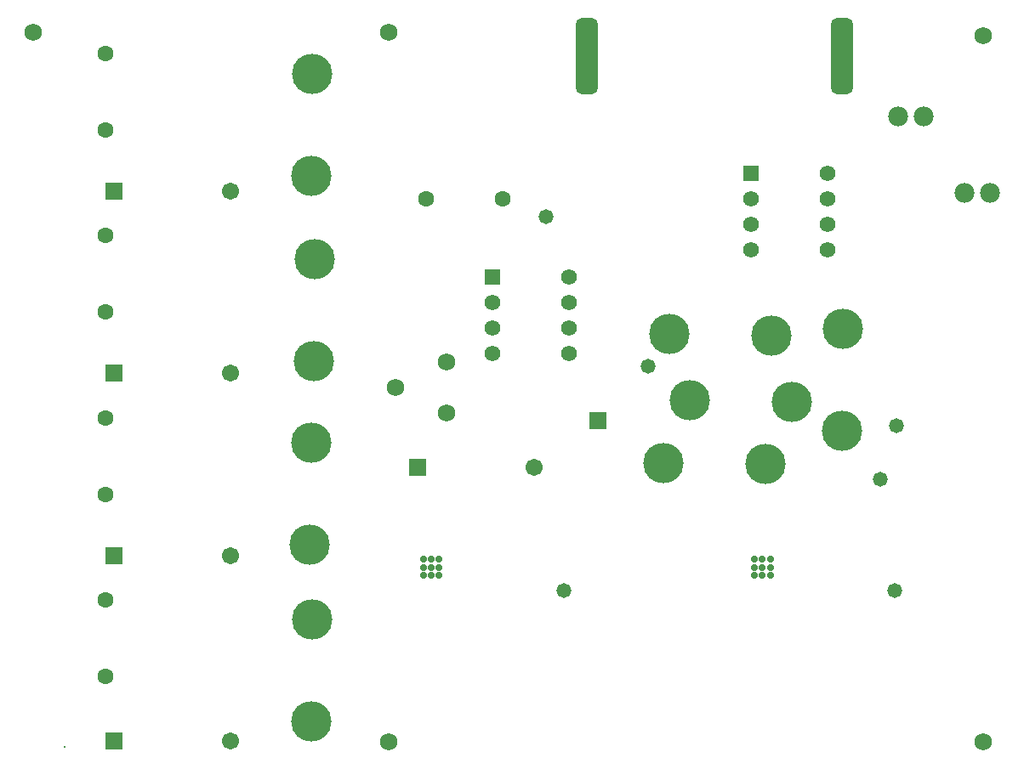
<source format=gbs>
G04 Layer_Color=16711935*
%FSLAX25Y25*%
%MOIN*%
G70*
G01*
G75*
%ADD60R,0.06706X0.06706*%
%ADD61C,0.06800*%
%ADD62C,0.00800*%
%ADD63C,0.07800*%
%ADD64C,0.06706*%
%ADD65R,0.06200X0.06200*%
%ADD66C,0.06200*%
%ADD67C,0.15800*%
G04:AMPARAMS|DCode=68|XSize=298mil|YSize=88mil|CornerRadius=24mil|HoleSize=0mil|Usage=FLASHONLY|Rotation=90.000|XOffset=0mil|YOffset=0mil|HoleType=Round|Shape=RoundedRectangle|*
%AMROUNDEDRECTD68*
21,1,0.29800,0.04000,0,0,90.0*
21,1,0.25000,0.08800,0,0,90.0*
1,1,0.04800,0.02000,0.12500*
1,1,0.04800,0.02000,-0.12500*
1,1,0.04800,-0.02000,-0.12500*
1,1,0.04800,-0.02000,0.12500*
%
%ADD68ROUNDEDRECTD68*%
%ADD69C,0.06800*%
%ADD70C,0.02800*%
%ADD71C,0.06312*%
%ADD72C,0.05800*%
D60*
X232000Y137500D02*
D03*
X161067Y119100D02*
D03*
X42067Y227500D02*
D03*
Y156108D02*
D03*
Y84608D02*
D03*
Y12000D02*
D03*
D61*
X383000Y11500D02*
D03*
X150000D02*
D03*
X10500Y290000D02*
D03*
X150000D02*
D03*
X383000Y288500D02*
D03*
D62*
X22840Y9500D02*
D03*
D63*
X385500Y227000D02*
D03*
X375500D02*
D03*
X359500Y257000D02*
D03*
X349500D02*
D03*
D64*
X206933Y119100D02*
D03*
X87933Y227500D02*
D03*
Y156108D02*
D03*
Y84608D02*
D03*
Y12000D02*
D03*
D65*
X190500Y194000D02*
D03*
X292000Y234500D02*
D03*
D66*
X190500Y184000D02*
D03*
Y174000D02*
D03*
Y164000D02*
D03*
X220500D02*
D03*
Y174000D02*
D03*
Y184000D02*
D03*
Y194000D02*
D03*
X292000Y224500D02*
D03*
Y214500D02*
D03*
Y204500D02*
D03*
X322000D02*
D03*
Y214500D02*
D03*
Y224500D02*
D03*
Y234500D02*
D03*
D67*
X260000Y171500D02*
D03*
X300000Y171000D02*
D03*
X327500Y133500D02*
D03*
X328000Y173500D02*
D03*
X257500Y121000D02*
D03*
X297500Y120500D02*
D03*
X308000Y145000D02*
D03*
X268000Y145500D02*
D03*
X119500Y233500D02*
D03*
X120000Y273500D02*
D03*
X120500Y161000D02*
D03*
X121000Y201000D02*
D03*
X119000Y89000D02*
D03*
X119500Y129000D02*
D03*
Y19500D02*
D03*
X120000Y59500D02*
D03*
D68*
X227500Y280500D02*
D03*
X327500D02*
D03*
D69*
X172500Y160500D02*
D03*
Y140500D02*
D03*
X152500Y150500D02*
D03*
D70*
X299376Y76885D02*
D03*
X296276D02*
D03*
X293176D02*
D03*
X299376Y79984D02*
D03*
X296276D02*
D03*
X293176D02*
D03*
X299376Y83084D02*
D03*
X296276D02*
D03*
X293176D02*
D03*
X169600Y76900D02*
D03*
X166500D02*
D03*
X163400D02*
D03*
X169600Y80000D02*
D03*
X166500D02*
D03*
X163400D02*
D03*
X169600Y83100D02*
D03*
X166500D02*
D03*
X163400D02*
D03*
D71*
X194500Y224500D02*
D03*
X164500D02*
D03*
X39000Y251500D02*
D03*
Y281500D02*
D03*
Y180108D02*
D03*
Y210108D02*
D03*
Y108608D02*
D03*
Y138608D02*
D03*
Y37108D02*
D03*
Y67108D02*
D03*
D72*
X342500Y114500D02*
D03*
X218500Y71000D02*
D03*
X348276Y70985D02*
D03*
X251500Y159000D02*
D03*
X211500Y217500D02*
D03*
X349000Y135500D02*
D03*
M02*

</source>
